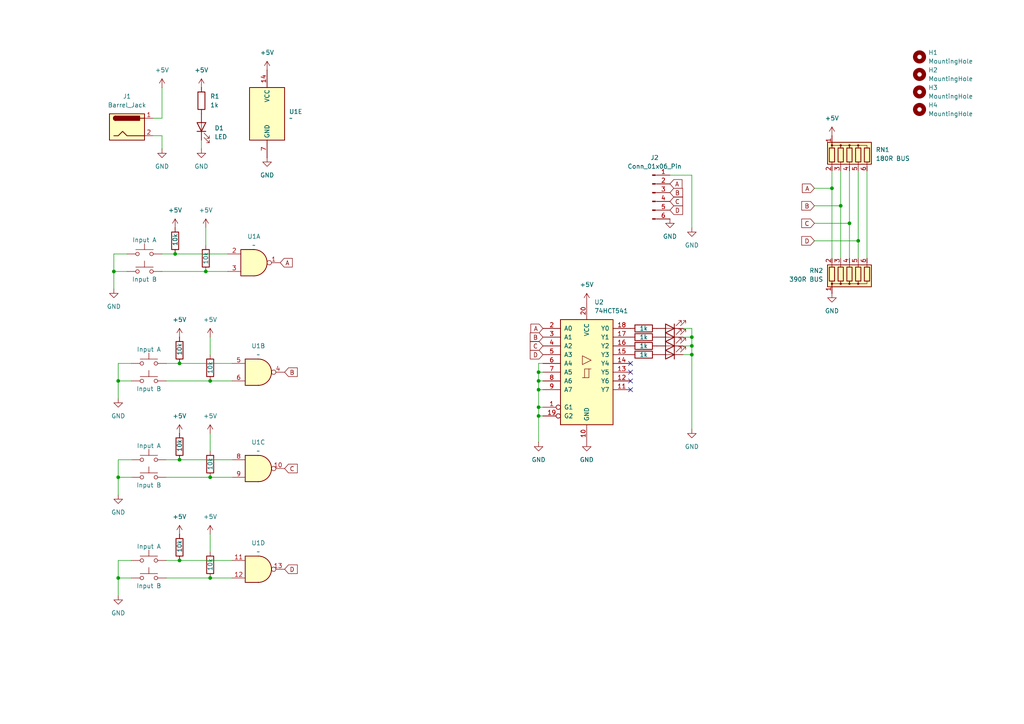
<source format=kicad_sch>
(kicad_sch (version 20231120) (generator "eeschema") (generator_version "8.0")
  (paper "A4")
  (lib_symbols
    (symbol "74xx:74HCT541" (pin_names (offset 1.016))
      (property "Reference" "U" (at -7.62 16.51 0))
      (property "Value" "74HCT541" (at -7.62 -16.51 0))
      (symbol "74HCT541_1_0"
        (polyline (pts (xy -0.635 -1.6002) (xy -0.635 0.9398) (xy 0.635 0.9398)))
        (polyline (pts (xy -1.27 -1.6002) (xy 0.635 -1.6002) (xy 0.635 0.9398) (xy 1.27 0.9398)))
        (polyline (pts (xy 1.27 3.4798) (xy -1.27 4.7498) (xy -1.27 2.2098) (xy 1.27 3.4798)) (stroke (width 0.1524)))
        (pin input inverted (at -12.7 -10.16 0) (length 5.08) (name "G1") (number "1"))
        (pin power_in line (at 0 -20.32 90) (length 5.08) (name "GND") (number "10"))
        (pin tri_state line (at 12.7 -5.08 180) (length 5.08) (name "Y7") (number "11"))
        (pin tri_state line (at 12.7 -2.54 180) (length 5.08) (name "Y6") (number "12"))
        (pin tri_state line (at 12.7 0 180) (length 5.08) (name "Y5") (number "13"))
        (pin tri_state line (at 12.7 2.54 180) (length 5.08) (name "Y4") (number "14"))
        (pin tri_state line (at 12.7 5.08 180) (length 5.08) (name "Y3") (number "15"))
        (pin tri_state line (at 12.7 7.62 180) (length 5.08) (name "Y2") (number "16"))
        (pin tri_state line (at 12.7 10.16 180) (length 5.08) (name "Y1") (number "17"))
        (pin tri_state line (at 12.7 12.7 180) (length 5.08) (name "Y0") (number "18"))
        (pin input inverted (at -12.7 -12.7 0) (length 5.08) (name "G2") (number "19"))
        (pin input line (at -12.7 12.7 0) (length 5.08) (name "A0") (number "2"))
        (pin power_in line (at 0 20.32 270) (length 5.08) (name "VCC") (number "20"))
        (pin input line (at -12.7 10.16 0) (length 5.08) (name "A1") (number "3"))
        (pin input line (at -12.7 7.62 0) (length 5.08) (name "A2") (number "4"))
        (pin input line (at -12.7 5.08 0) (length 5.08) (name "A3") (number "5"))
        (pin input line (at -12.7 2.54 0) (length 5.08) (name "A4") (number "6"))
        (pin input line (at -12.7 0 0) (length 5.08) (name "A5") (number "7"))
        (pin input line (at -12.7 -2.54 0) (length 5.08) (name "A6") (number "8"))
        (pin input line (at -12.7 -5.08 0) (length 5.08) (name "A7") (number "9"))
      )
      (symbol "74HCT541_1_1"
        (rectangle (start -7.62 15.24) (end 7.62 -15.24) (stroke (width 0.254)) (fill (type background)))
      )
    )
    (symbol "8881_1"
      (property "Reference" "U" (at 0 0 0))
      (symbol "8881_1_1_1"
        (arc (start 0 -3.81) (mid 3.7934 0) (end 0 3.81) (stroke (width 0.254)) (fill (type background)))
        (polyline (pts (xy 0 3.81) (xy -3.81 3.81) (xy -3.81 -3.81) (xy 0 -3.81)) (stroke (width 0.254)) (fill (type background)))
        (pin output inverted (at 7.62 0 180) (length 3.81) (name "~") (number "1"))
        (pin input line (at -7.62 2.54 0) (length 3.81) (name "~") (number "2"))
        (pin input line (at -7.62 -2.54 0) (length 3.81) (name "~") (number "3"))
      )
      (symbol "8881_1_2_1"
        (arc (start 0 -3.81) (mid 3.7934 0) (end 0 3.81) (stroke (width 0.254)) (fill (type background)))
        (polyline (pts (xy 0 3.81) (xy -3.81 3.81) (xy -3.81 -3.81) (xy 0 -3.81)) (stroke (width 0.254)) (fill (type background)))
        (pin output inverted (at 7.62 0 180) (length 3.81) (name "~") (number "4"))
        (pin input line (at -7.62 2.54 0) (length 3.81) (name "~") (number "5"))
        (pin input line (at -7.62 -2.54 0) (length 3.81) (name "~") (number "6"))
      )
      (symbol "8881_1_3_1"
        (arc (start 0 -3.81) (mid 3.7934 0) (end 0 3.81) (stroke (width 0.254)) (fill (type background)))
        (polyline (pts (xy 0 3.81) (xy -3.81 3.81) (xy -3.81 -3.81) (xy 0 -3.81)) (stroke (width 0.254)) (fill (type background)))
        (pin output inverted (at 7.62 0 180) (length 3.81) (name "~") (number "10"))
        (pin input line (at -7.62 2.54 0) (length 3.81) (name "~") (number "8"))
        (pin input line (at -7.62 -2.54 0) (length 3.81) (name "~") (number "9"))
      )
      (symbol "8881_1_4_1"
        (arc (start 0 -3.81) (mid 3.7934 0) (end 0 3.81) (stroke (width 0.254)) (fill (type background)))
        (polyline (pts (xy 0 3.81) (xy -3.81 3.81) (xy -3.81 -3.81) (xy 0 -3.81)) (stroke (width 0.254)) (fill (type background)))
        (pin input line (at -7.62 2.54 0) (length 3.81) (name "~") (number "11"))
        (pin input line (at -7.62 -2.54 0) (length 3.81) (name "~") (number "12"))
        (pin output inverted (at 7.62 0 180) (length 3.81) (name "~") (number "13"))
      )
      (symbol "8881_1_5_0"
        (pin power_in line (at 0 12.7 270) (length 5.08) (name "VCC") (number "14"))
        (pin power_in line (at 0 -12.7 90) (length 5.08) (name "GND") (number "7"))
      )
      (symbol "8881_1_5_1"
        (rectangle (start -5.08 7.62) (end 5.08 -7.62) (stroke (width 0.254)) (fill (type background)))
      )
    )
    (symbol "Connector:Barrel_Jack" (pin_names (offset 1.016))
      (property "Reference" "J" (at 0 5.334 0))
      (property "Value" "Barrel_Jack" (at 0 -5.08 0))
      (symbol "Barrel_Jack_0_1"
        (rectangle (start -5.08 3.81) (end 5.08 -3.81) (stroke (width 0.254)) (fill (type background)))
        (arc (start -3.302 3.175) (mid -3.9343 2.54) (end -3.302 1.905) (stroke (width 0.254)))
        (arc (start -3.302 3.175) (mid -3.9343 2.54) (end -3.302 1.905) (stroke (width 0.254)) (fill (type outline)))
        (polyline (pts (xy 5.08 2.54) (xy 3.81 2.54)) (stroke (width 0.254)))
        (polyline (pts (xy -3.81 -2.54) (xy -2.54 -2.54) (xy -1.27 -1.27) (xy 0 -2.54) (xy 2.54 -2.54) (xy 5.08 -2.54)) (stroke (width 0.254)))
        (rectangle (start 3.683 3.175) (end -3.302 1.905) (stroke (width 0.254)) (fill (type outline)))
      )
      (symbol "Barrel_Jack_1_1"
        (pin passive line (at 7.62 2.54 180) (length 2.54) (name "~") (number "1"))
        (pin passive line (at 7.62 -2.54 180) (length 2.54) (name "~") (number "2"))
      )
    )
    (symbol "Connector:Conn_01x06_Pin" (pin_names (offset 1.016) hide)
      (property "Reference" "J" (at 0 7.62 0))
      (property "Value" "Conn_01x06_Pin" (at 0 -10.16 0))
      (symbol "Conn_01x06_Pin_1_1"
        (polyline (pts (xy 1.27 -7.62) (xy 0.8636 -7.62)) (stroke (width 0.1524)))
        (polyline (pts (xy 1.27 -5.08) (xy 0.8636 -5.08)) (stroke (width 0.1524)))
        (polyline (pts (xy 1.27 -2.54) (xy 0.8636 -2.54)) (stroke (width 0.1524)))
        (polyline (pts (xy 1.27 0) (xy 0.8636 0)) (stroke (width 0.1524)))
        (polyline (pts (xy 1.27 2.54) (xy 0.8636 2.54)) (stroke (width 0.1524)))
        (polyline (pts (xy 1.27 5.08) (xy 0.8636 5.08)) (stroke (width 0.1524)))
        (rectangle (start 0.8636 -7.493) (end 0 -7.747) (stroke (width 0.1524)) (fill (type outline)))
        (rectangle (start 0.8636 -4.953) (end 0 -5.207) (stroke (width 0.1524)) (fill (type outline)))
        (rectangle (start 0.8636 -2.413) (end 0 -2.667) (stroke (width 0.1524)) (fill (type outline)))
        (rectangle (start 0.8636 0.127) (end 0 -0.127) (stroke (width 0.1524)) (fill (type outline)))
        (rectangle (start 0.8636 2.667) (end 0 2.413) (stroke (width 0.1524)) (fill (type outline)))
        (rectangle (start 0.8636 5.207) (end 0 4.953) (stroke (width 0.1524)) (fill (type outline)))
        (pin passive line (at 5.08 5.08 180) (length 3.81) (name "Pin_1") (number "1"))
        (pin passive line (at 5.08 2.54 180) (length 3.81) (name "Pin_2") (number "2"))
        (pin passive line (at 5.08 0 180) (length 3.81) (name "Pin_3") (number "3"))
        (pin passive line (at 5.08 -2.54 180) (length 3.81) (name "Pin_4") (number "4"))
        (pin passive line (at 5.08 -5.08 180) (length 3.81) (name "Pin_5") (number "5"))
        (pin passive line (at 5.08 -7.62 180) (length 3.81) (name "Pin_6") (number "6"))
      )
    )
    (symbol "DEC:8881"
      (property "Reference" "U" (at 0 0 0))
      (symbol "8881_1_1"
        (arc (start 0 -3.81) (mid 3.7934 0) (end 0 3.81) (stroke (width 0.254)) (fill (type background)))
        (polyline (pts (xy 0 3.81) (xy -3.81 3.81) (xy -3.81 -3.81) (xy 0 -3.81)) (stroke (width 0.254)) (fill (type background)))
        (pin output inverted (at 7.62 0 180) (length 3.81) (name "~") (number "1"))
        (pin input line (at -7.62 2.54 0) (length 3.81) (name "~") (number "2"))
        (pin input line (at -7.62 -2.54 0) (length 3.81) (name "~") (number "3"))
      )
      (symbol "8881_2_1"
        (arc (start 0 -3.81) (mid 3.7934 0) (end 0 3.81) (stroke (width 0.254)) (fill (type background)))
        (polyline (pts (xy 0 3.81) (xy -3.81 3.81) (xy -3.81 -3.81) (xy 0 -3.81)) (stroke (width 0.254)) (fill (type background)))
        (pin output inverted (at 7.62 0 180) (length 3.81) (name "~") (number "4"))
        (pin input line (at -7.62 2.54 0) (length 3.81) (name "~") (number "5"))
        (pin input line (at -7.62 -2.54 0) (length 3.81) (name "~") (number "6"))
      )
      (symbol "8881_3_1"
        (arc (start 0 -3.81) (mid 3.7934 0) (end 0 3.81) (stroke (width 0.254)) (fill (type background)))
        (polyline (pts (xy 0 3.81) (xy -3.81 3.81) (xy -3.81 -3.81) (xy 0 -3.81)) (stroke (width 0.254)) (fill (type background)))
        (pin output inverted (at 7.62 0 180) (length 3.81) (name "~") (number "10"))
        (pin input line (at -7.62 2.54 0) (length 3.81) (name "~") (number "8"))
        (pin input line (at -7.62 -2.54 0) (length 3.81) (name "~") (number "9"))
      )
      (symbol "8881_4_1"
        (arc (start 0 -3.81) (mid 3.7934 0) (end 0 3.81) (stroke (width 0.254)) (fill (type background)))
        (polyline (pts (xy 0 3.81) (xy -3.81 3.81) (xy -3.81 -3.81) (xy 0 -3.81)) (stroke (width 0.254)) (fill (type background)))
        (pin input line (at -7.62 2.54 0) (length 3.81) (name "~") (number "11"))
        (pin input line (at -7.62 -2.54 0) (length 3.81) (name "~") (number "12"))
        (pin output inverted (at 7.62 0 180) (length 3.81) (name "~") (number "13"))
      )
      (symbol "8881_5_0"
        (pin power_in line (at 0 12.7 270) (length 5.08) (name "VCC") (number "14"))
        (pin power_in line (at 0 -12.7 90) (length 5.08) (name "GND") (number "7"))
      )
      (symbol "8881_5_1"
        (rectangle (start -5.08 7.62) (end 5.08 -7.62) (stroke (width 0.254)) (fill (type background)))
      )
    )
    (symbol "Device:LED" (pin_numbers hide) (pin_names (offset 1.016) hide)
      (property "Reference" "D" (at 0 2.54 0))
      (property "Value" "LED" (at 0 -2.54 0))
      (symbol "LED_0_1"
        (polyline (pts (xy -1.27 -1.27) (xy -1.27 1.27)) (stroke (width 0.254)))
        (polyline (pts (xy -1.27 0) (xy 1.27 0)))
        (polyline (pts (xy 1.27 -1.27) (xy 1.27 1.27) (xy -1.27 0) (xy 1.27 -1.27)) (stroke (width 0.254)))
        (polyline (pts (xy -3.048 -0.762) (xy -4.572 -2.286) (xy -3.81 -2.286) (xy -4.572 -2.286) (xy -4.572 -1.524)))
        (polyline (pts (xy -1.778 -0.762) (xy -3.302 -2.286) (xy -2.54 -2.286) (xy -3.302 -2.286) (xy -3.302 -1.524)))
      )
      (symbol "LED_1_1"
        (pin passive line (at -3.81 0 0) (length 2.54) (name "K") (number "1"))
        (pin passive line (at 3.81 0 180) (length 2.54) (name "A") (number "2"))
      )
    )
    (symbol "Device:R" (pin_numbers hide) (pin_names (offset 0))
      (property "Reference" "R" (at 2.032 0 90))
      (property "Value" "R" (at 0 0 90))
      (symbol "R_0_1"
        (rectangle (start -1.016 -2.54) (end 1.016 2.54) (stroke (width 0.254)))
      )
      (symbol "R_1_1"
        (pin passive line (at 0 3.81 270) (length 1.27) (name "~") (number "1"))
        (pin passive line (at 0 -3.81 90) (length 1.27) (name "~") (number "2"))
      )
    )
    (symbol "Device:R_Network05" (pin_names (offset 0) hide)
      (property "Reference" "RN" (at -7.62 0 90))
      (property "Value" "R_Network05" (at 7.62 0 90))
      (symbol "R_Network05_0_1"
        (rectangle (start -6.35 -3.175) (end 6.35 3.175) (stroke (width 0.254)) (fill (type background)))
        (rectangle (start -5.842 1.524) (end -4.318 -2.54) (stroke (width 0.254)))
        (circle (center -5.08 2.286) (radius 0.254) (fill (type outline)))
        (rectangle (start -3.302 1.524) (end -1.778 -2.54) (stroke (width 0.254)))
        (circle (center -2.54 2.286) (radius 0.254) (fill (type outline)))
        (rectangle (start -0.762 1.524) (end 0.762 -2.54) (stroke (width 0.254)))
        (polyline (pts (xy -5.08 -2.54) (xy -5.08 -3.81)))
        (polyline (pts (xy -2.54 -2.54) (xy -2.54 -3.81)))
        (polyline (pts (xy 0 -2.54) (xy 0 -3.81)))
        (polyline (pts (xy 2.54 -2.54) (xy 2.54 -3.81)))
        (polyline (pts (xy 5.08 -2.54) (xy 5.08 -3.81)))
        (polyline (pts (xy -5.08 1.524) (xy -5.08 2.286) (xy -2.54 2.286) (xy -2.54 1.524)))
        (polyline (pts (xy -2.54 1.524) (xy -2.54 2.286) (xy 0 2.286) (xy 0 1.524)))
        (polyline (pts (xy 0 1.524) (xy 0 2.286) (xy 2.54 2.286) (xy 2.54 1.524)))
        (polyline (pts (xy 2.54 1.524) (xy 2.54 2.286) (xy 5.08 2.286) (xy 5.08 1.524)))
        (circle (center 0 2.286) (radius 0.254) (fill (type outline)))
        (rectangle (start 1.778 1.524) (end 3.302 -2.54) (stroke (width 0.254)))
        (circle (center 2.54 2.286) (radius 0.254) (fill (type outline)))
        (rectangle (start 4.318 1.524) (end 5.842 -2.54) (stroke (width 0.254)))
      )
      (symbol "R_Network05_1_1"
        (pin passive line (at -5.08 5.08 270) (length 2.54) (name "common") (number "1"))
        (pin passive line (at -5.08 -5.08 90) (length 1.27) (name "R1") (number "2"))
        (pin passive line (at -2.54 -5.08 90) (length 1.27) (name "R2") (number "3"))
        (pin passive line (at 0 -5.08 90) (length 1.27) (name "R3") (number "4"))
        (pin passive line (at 2.54 -5.08 90) (length 1.27) (name "R4") (number "5"))
        (pin passive line (at 5.08 -5.08 90) (length 1.27) (name "R5") (number "6"))
      )
    )
    (symbol "Mechanical:MountingHole" (pin_names (offset 1.016)) (exclude_from_sim yes) (in_bom no)
      (property "Reference" "H" (at 0 5.08 0))
      (property "Value" "MountingHole" (at 0 3.175 0))
      (symbol "MountingHole_0_1"
        (circle (center 0 0) (radius 1.27) (stroke (width 1.27)))
      )
    )
    (symbol "Switch:SW_Push" (pin_numbers hide) (pin_names (offset 1.016) hide)
      (property "Reference" "SW" (at 1.27 2.54 0))
      (property "Value" "SW_Push" (at 0 -1.524 0))
      (symbol "SW_Push_0_1"
        (circle (center -2.032 0) (radius 0.508))
        (polyline (pts (xy 0 1.27) (xy 0 3.048)))
        (polyline (pts (xy 2.54 1.27) (xy -2.54 1.27)))
        (circle (center 2.032 0) (radius 0.508))
        (pin passive line (at -5.08 0 0) (length 2.54) (name "1") (number "1"))
        (pin passive line (at 5.08 0 180) (length 2.54) (name "2") (number "2"))
      )
    )
    (symbol "power:+5V" (power) (pin_numbers hide) (pin_names (offset 0) hide)
      (property "Value" "+5V" (at 0 3.556 0))
      (symbol "+5V_0_1"
        (polyline (pts (xy -0.762 1.27) (xy 0 2.54)))
        (polyline (pts (xy 0 0) (xy 0 2.54)))
        (polyline (pts (xy 0 2.54) (xy 0.762 1.27)))
      )
      (symbol "+5V_1_1"
        (pin power_in line (at 0 0 90) (length 0) (name "~") (number "1"))
      )
    )
    (symbol "power:GND" (power) (pin_numbers hide) (pin_names (offset 0) hide)
      (property "Value" "GND" (at 0 -3.81 0))
      (symbol "GND_0_1"
        (polyline (pts (xy 0 0) (xy 0 -1.27) (xy 1.27 -1.27) (xy 0 -2.54) (xy -1.27 -1.27) (xy 0 -1.27)))
      )
      (symbol "GND_1_1"
        (pin power_in line (at 0 0 270) (length 0) (name "~") (number "1"))
      )
    )
  )
  (junction (at 200.66 100.33))
  (junction (at 52.07 105.41))
  (junction (at 156.21 113.03))
  (junction (at 33.02 78.74))
  (junction (at 156.21 110.49))
  (junction (at 60.96 167.64))
  (junction (at 248.92 69.85))
  (junction (at 200.66 97.79))
  (junction (at 34.29 138.43))
  (junction (at 156.21 118.11))
  (junction (at 50.8 73.66))
  (junction (at 52.07 162.56))
  (junction (at 241.3 54.61))
  (junction (at 52.07 133.35))
  (junction (at 200.66 102.87))
  (junction (at 156.21 120.65))
  (junction (at 156.21 107.95))
  (junction (at 34.29 110.49))
  (junction (at 34.29 167.64))
  (junction (at 243.84 59.69))
  (junction (at 60.96 110.49))
  (junction (at 59.69 78.74))
  (junction (at 60.96 138.43))
  (junction (at 246.38 64.77))
  (no_connect (at 182.88 110.49))
  (no_connect (at 182.88 105.41))
  (no_connect (at 182.88 113.03))
  (no_connect (at 182.88 107.95))
  (wire (pts (xy 38.1 133.35) (xy 34.29 133.35)))
  (wire (pts (xy 46.99 34.29) (xy 44.45 34.29)))
  (wire (pts (xy 34.29 110.49) (xy 34.29 115.57)))
  (wire (pts (xy 34.29 167.64) (xy 34.29 172.72)))
  (wire (pts (xy 34.29 110.49) (xy 38.1 110.49)))
  (wire (pts (xy 38.1 162.56) (xy 34.29 162.56)))
  (wire (pts (xy 59.69 66.04) (xy 59.69 71.12)))
  (wire (pts (xy 200.66 97.79) (xy 200.66 100.33)))
  (wire (pts (xy 246.38 64.77) (xy 246.38 74.93)))
  (wire (pts (xy 248.92 49.53) (xy 248.92 69.85)))
  (wire (pts (xy 246.38 49.53) (xy 246.38 64.77)))
  (wire (pts (xy 246.38 64.77) (xy 236.22 64.77)))
  (wire (pts (xy 248.92 69.85) (xy 248.92 74.93)))
  (wire (pts (xy 157.48 105.41) (xy 156.21 105.41)))
  (wire (pts (xy 48.26 162.56) (xy 52.07 162.56)))
  (wire (pts (xy 198.12 95.25) (xy 200.66 95.25)))
  (wire (pts (xy 58.42 40.64) (xy 58.42 43.18)))
  (wire (pts (xy 156.21 107.95) (xy 157.48 107.95)))
  (wire (pts (xy 48.26 167.64) (xy 60.96 167.64)))
  (wire (pts (xy 52.07 133.35) (xy 67.31 133.35)))
  (wire (pts (xy 60.96 154.94) (xy 60.96 160.02)))
  (wire (pts (xy 34.29 138.43) (xy 38.1 138.43)))
  (wire (pts (xy 156.21 105.41) (xy 156.21 107.95)))
  (wire (pts (xy 60.96 110.49) (xy 67.31 110.49)))
  (wire (pts (xy 60.96 125.73) (xy 60.96 130.81)))
  (wire (pts (xy 157.48 118.11) (xy 156.21 118.11)))
  (wire (pts (xy 156.21 110.49) (xy 156.21 113.03)))
  (wire (pts (xy 46.99 73.66) (xy 50.8 73.66)))
  (wire (pts (xy 60.96 138.43) (xy 67.31 138.43)))
  (wire (pts (xy 34.29 133.35) (xy 34.29 138.43)))
  (wire (pts (xy 251.46 49.53) (xy 251.46 74.93)))
  (wire (pts (xy 243.84 59.69) (xy 236.22 59.69)))
  (wire (pts (xy 36.83 73.66) (xy 33.02 73.66)))
  (wire (pts (xy 46.99 39.37) (xy 46.99 43.18)))
  (wire (pts (xy 52.07 162.56) (xy 67.31 162.56)))
  (wire (pts (xy 243.84 59.69) (xy 243.84 74.93)))
  (wire (pts (xy 236.22 54.61) (xy 241.3 54.61)))
  (wire (pts (xy 241.3 54.61) (xy 241.3 74.93)))
  (wire (pts (xy 34.29 162.56) (xy 34.29 167.64)))
  (wire (pts (xy 243.84 49.53) (xy 243.84 59.69)))
  (wire (pts (xy 34.29 138.43) (xy 34.29 143.51)))
  (wire (pts (xy 50.8 73.66) (xy 66.04 73.66)))
  (wire (pts (xy 33.02 73.66) (xy 33.02 78.74)))
  (wire (pts (xy 60.96 97.79) (xy 60.96 102.87)))
  (wire (pts (xy 156.21 113.03) (xy 156.21 118.11)))
  (wire (pts (xy 52.07 105.41) (xy 67.31 105.41)))
  (wire (pts (xy 156.21 113.03) (xy 157.48 113.03)))
  (wire (pts (xy 198.12 102.87) (xy 200.66 102.87)))
  (wire (pts (xy 156.21 107.95) (xy 156.21 110.49)))
  (wire (pts (xy 33.02 78.74) (xy 33.02 83.82)))
  (wire (pts (xy 46.99 78.74) (xy 59.69 78.74)))
  (wire (pts (xy 156.21 110.49) (xy 157.48 110.49)))
  (wire (pts (xy 33.02 78.74) (xy 36.83 78.74)))
  (wire (pts (xy 34.29 105.41) (xy 34.29 110.49)))
  (wire (pts (xy 194.31 50.8) (xy 200.66 50.8)))
  (wire (pts (xy 156.21 120.65) (xy 156.21 128.27)))
  (wire (pts (xy 48.26 138.43) (xy 60.96 138.43)))
  (wire (pts (xy 200.66 102.87) (xy 200.66 124.46)))
  (wire (pts (xy 200.66 50.8) (xy 200.66 66.04)))
  (wire (pts (xy 156.21 120.65) (xy 157.48 120.65)))
  (wire (pts (xy 198.12 97.79) (xy 200.66 97.79)))
  (wire (pts (xy 48.26 105.41) (xy 52.07 105.41)))
  (wire (pts (xy 156.21 118.11) (xy 156.21 120.65)))
  (wire (pts (xy 200.66 100.33) (xy 200.66 102.87)))
  (wire (pts (xy 241.3 49.53) (xy 241.3 54.61)))
  (wire (pts (xy 200.66 95.25) (xy 200.66 97.79)))
  (wire (pts (xy 59.69 78.74) (xy 66.04 78.74)))
  (wire (pts (xy 60.96 167.64) (xy 67.31 167.64)))
  (wire (pts (xy 248.92 69.85) (xy 236.22 69.85)))
  (wire (pts (xy 38.1 105.41) (xy 34.29 105.41)))
  (wire (pts (xy 46.99 25.4) (xy 46.99 34.29)))
  (wire (pts (xy 34.29 167.64) (xy 38.1 167.64)))
  (wire (pts (xy 48.26 110.49) (xy 60.96 110.49)))
  (wire (pts (xy 44.45 39.37) (xy 46.99 39.37)))
  (wire (pts (xy 198.12 100.33) (xy 200.66 100.33)))
  (wire (pts (xy 48.26 133.35) (xy 52.07 133.35)))
  (global_label "D" (shape input) (at 82.55 165.1 0) (property "Intersheetrefs" "${INTERSHEET_REFS}" (effects (hide yes))))
  (global_label "C" (shape input) (at 82.55 135.89 0) (property "Intersheetrefs" "${INTERSHEET_REFS}" (effects (hide yes))))
  (global_label "A" (shape input) (at 194.31 53.34 0) (property "Intersheetrefs" "${INTERSHEET_REFS}" (effects (hide yes))))
  (global_label "A" (shape input) (at 157.48 95.25 180) (property "Intersheetrefs" "${INTERSHEET_REFS}" (effects (hide yes))))
  (global_label "C" (shape input) (at 194.31 58.42 0) (property "Intersheetrefs" "${INTERSHEET_REFS}" (effects (hide yes))))
  (global_label "A" (shape input) (at 81.28 76.2 0) (property "Intersheetrefs" "${INTERSHEET_REFS}" (effects (hide yes))))
  (global_label "D" (shape input) (at 157.48 102.87 180) (property "Intersheetrefs" "${INTERSHEET_REFS}" (effects (hide yes))))
  (global_label "D" (shape input) (at 236.22 69.85 180) (property "Intersheetrefs" "${INTERSHEET_REFS}" (effects (hide yes))))
  (global_label "A" (shape input) (at 236.22 54.61 180) (property "Intersheetrefs" "${INTERSHEET_REFS}" (effects (hide yes))))
  (global_label "C" (shape input) (at 236.22 64.77 180) (property "Intersheetrefs" "${INTERSHEET_REFS}" (effects (hide yes))))
  (global_label "B" (shape input) (at 82.55 107.95 0) (property "Intersheetrefs" "${INTERSHEET_REFS}" (effects (hide yes))))
  (global_label "D" (shape input) (at 194.31 60.96 0) (property "Intersheetrefs" "${INTERSHEET_REFS}" (effects (hide yes))))
  (global_label "C" (shape input) (at 157.48 100.33 180) (property "Intersheetrefs" "${INTERSHEET_REFS}" (effects (hide yes))))
  (global_label "B" (shape input) (at 194.31 55.88 0) (property "Intersheetrefs" "${INTERSHEET_REFS}" (effects (hide yes))))
  (global_label "B" (shape input) (at 157.48 97.79 180) (property "Intersheetrefs" "${INTERSHEET_REFS}" (effects (hide yes))))
  (global_label "B" (shape input) (at 236.22 59.69 180) (property "Intersheetrefs" "${INTERSHEET_REFS}" (effects (hide yes))))
  (symbol (lib_id "DEC:8881") (at 74.93 165.1 0) (unit 4)
    (property "Reference" "U1" (at 74.9217 157.48 0))
    (property "Value" "~" (at 74.9217 160.02 0))
    (property "Footprint" "Socket:DIP_Socket-14_W4.3_W5.08_W7.62_W10.16_W10.9_3M_214-3339-00-0602J" (effects (hide yes)))
    (property "Description" "Quad 2-input NAND Gate" (effects (hide yes)))
  )
  (symbol (lib_id "Device:R") (at 60.96 106.68 0) (unit 1)
    (property "Reference" "R5" (effects (hide yes)))
    (property "Value" "10k" (at 60.96 108.458 90) (effects (justify left)))
    (property "Footprint" "Resistor_THT:R_Axial_DIN0204_L3.6mm_D1.6mm_P7.62mm_Horizontal" (effects (hide yes)))
    (property "Description" "Resistor" (effects (hide yes)))
  )
  (symbol (lib_id "Connector:Barrel_Jack") (at 36.83 36.83 0) (unit 1)
    (property "Reference" "J1" (at 36.83 27.94 0))
    (property "Value" "Barrel_Jack" (at 36.83 30.48 0))
    (property "Footprint" "Connector_BarrelJack:BarrelJack_GCT_DCJ200-10-A_Horizontal" (effects (hide yes)))
    (property "Description" "DC Barrel Jack" (effects (hide yes)))
  )
  (symbol (lib_id "Device:R") (at 186.69 95.25 90) (unit 1)
    (property "Reference" "R10" (effects (hide yes)))
    (property "Value" "1k" (at 186.69 95.25 90))
    (property "Footprint" "Resistor_THT:R_Axial_DIN0204_L3.6mm_D1.6mm_P7.62mm_Horizontal" (effects (hide yes)))
    (property "Description" "Resistor" (effects (hide yes)))
  )
  (symbol (lib_id "Mechanical:MountingHole") (at 266.7 21.59 0) (unit 1) (exclude_from_sim yes) (in_bom no)
    (property "Reference" "H2" (at 269.24 20.3199 0) (effects (justify left)))
    (property "Value" "MountingHole" (at 269.24 22.8599 0) (effects (justify left)))
    (property "Footprint" "MountingHole:MountingHole_3.2mm_M3" (effects (hide yes)))
    (property "Description" "Mounting Hole without connection" (effects (hide yes)))
  )
  (symbol (lib_id "Switch:SW_Push") (at 41.91 73.66 0) (unit 1)
    (property "Reference" "SW1" (effects (hide yes)))
    (property "Value" "Input A" (at 41.91 69.596 0))
    (property "Footprint" "Button_Switch_THT:SW_PUSH_6mm_H4.3mm" (effects (hide yes)))
    (property "Description" "Push button switch, generic, two pins" (effects (hide yes)))
  )
  (symbol (lib_id "Switch:SW_Push") (at 43.18 110.49 0) (unit 1)
    (property "Reference" "SW4" (effects (hide yes)))
    (property "Value" "Input B" (at 43.18 112.776 0))
    (property "Footprint" "Button_Switch_THT:SW_PUSH_6mm_H4.3mm" (effects (hide yes)))
    (property "Description" "Push button switch, generic, two pins" (effects (hide yes)))
  )
  (symbol (lib_id "Mechanical:MountingHole") (at 266.7 31.75 0) (unit 1) (exclude_from_sim yes) (in_bom no)
    (property "Reference" "H4" (at 269.24 30.4799 0) (effects (justify left)))
    (property "Value" "MountingHole" (at 269.24 33.0199 0) (effects (justify left)))
    (property "Footprint" "MountingHole:MountingHole_3.2mm_M3" (effects (hide yes)))
    (property "Description" "Mounting Hole without connection" (effects (hide yes)))
  )
  (symbol (lib_id "power:GND") (at 46.99 43.18 0) (unit 1)
    (property "Reference" "#PWR02" (effects (hide yes)))
    (property "Value" "GND" (at 46.99 48.26 0))
    (property "Description" "Power symbol creates a global label with name \"GND\" , ground" (effects (hide yes)))
  )
  (symbol (lib_id "Device:R") (at 52.07 129.54 0) (unit 1)
    (property "Reference" "R6" (effects (hide yes)))
    (property "Value" "10k" (at 52.07 131.064 90) (effects (justify left)))
    (property "Footprint" "Resistor_THT:R_Axial_DIN0204_L3.6mm_D1.6mm_P7.62mm_Horizontal" (effects (hide yes)))
    (property "Description" "Resistor" (effects (hide yes)))
  )
  (symbol (lib_id "DEC:8881") (at 73.66 76.2 0) (unit 1)
    (property "Reference" "U1" (at 73.6517 68.58 0))
    (property "Value" "~" (at 73.6517 71.12 0))
    (property "Footprint" "Socket:DIP_Socket-14_W4.3_W5.08_W7.62_W10.16_W10.9_3M_214-3339-00-0602J" (effects (hide yes)))
    (property "Description" "Quad 2-input NAND Gate" (effects (hide yes)))
  )
  (symbol (lib_id "74xx:74HCT541") (at 170.18 107.95 0) (unit 1)
    (property "Reference" "U2" (at 172.3741 87.63 0) (effects (justify left)))
    (property "Value" "74HCT541" (at 172.3741 90.17 0) (effects (justify left)))
    (property "Footprint" "Package_DIP:DIP-20_W7.62mm" (effects (hide yes)))
    (property "Datasheet" "http://www.ti.com/lit/gpn/sn74HCT541" (effects (hide yes)))
    (property "Description" "8-bit Buffer/Line Driver 3-state outputs" (effects (hide yes)))
  )
  (symbol (lib_id "power:+5V") (at 50.8 66.04 0) (unit 1)
    (property "Reference" "#PWR07" (effects (hide yes)))
    (property "Value" "+5V" (at 50.8 60.96 0))
    (property "Description" "Power symbol creates a global label with name \"+5V\"" (effects (hide yes)))
  )
  (symbol (lib_id "power:+5V") (at 59.69 66.04 0) (unit 1)
    (property "Reference" "#PWR08" (effects (hide yes)))
    (property "Value" "+5V" (at 59.69 60.96 0))
    (property "Description" "Power symbol creates a global label with name \"+5V\"" (effects (hide yes)))
  )
  (symbol (lib_id "power:+5V") (at 60.96 125.73 0) (unit 1)
    (property "Reference" "#PWR017" (effects (hide yes)))
    (property "Value" "+5V" (at 60.96 120.65 0))
    (property "Description" "Power symbol creates a global label with name \"+5V\"" (effects (hide yes)))
  )
  (symbol (lib_id "DEC:8881") (at 74.93 135.89 0) (unit 3)
    (property "Reference" "U1" (at 74.9217 128.27 0))
    (property "Value" "~" (at 74.9217 130.81 0))
    (property "Footprint" "Socket:DIP_Socket-14_W4.3_W5.08_W7.62_W10.16_W10.9_3M_214-3339-00-0602J" (effects (hide yes)))
    (property "Description" "Quad 2-input NAND Gate" (effects (hide yes)))
  )
  (symbol (lib_id "Switch:SW_Push") (at 41.91 78.74 0) (unit 1)
    (property "Reference" "SW2" (effects (hide yes)))
    (property "Value" "Input B" (at 41.91 81.026 0))
    (property "Footprint" "Button_Switch_THT:SW_PUSH_6mm_H4.3mm" (effects (hide yes)))
    (property "Description" "Push button switch, generic, two pins" (effects (hide yes)))
  )
  (symbol (lib_id "Device:R") (at 186.69 97.79 90) (unit 1)
    (property "Reference" "R11" (effects (hide yes)))
    (property "Value" "1k" (at 186.69 97.79 90))
    (property "Footprint" "Resistor_THT:R_Axial_DIN0204_L3.6mm_D1.6mm_P7.62mm_Horizontal" (effects (hide yes)))
    (property "Description" "Resistor" (effects (hide yes)))
  )
  (symbol (lib_id "Device:R") (at 186.69 102.87 90) (unit 1)
    (property "Reference" "R13" (effects (hide yes)))
    (property "Value" "1k" (at 186.69 102.87 90))
    (property "Footprint" "Resistor_THT:R_Axial_DIN0204_L3.6mm_D1.6mm_P7.62mm_Horizontal" (effects (hide yes)))
    (property "Description" "Resistor" (effects (hide yes)))
  )
  (symbol (lib_id "power:GND") (at 34.29 172.72 0) (unit 1)
    (property "Reference" "#PWR018" (effects (hide yes)))
    (property "Value" "GND" (at 34.29 177.8 0))
    (property "Description" "Power symbol creates a global label with name \"GND\" , ground" (effects (hide yes)))
  )
  (symbol (lib_id "power:GND") (at 241.3 85.09 0) (unit 1)
    (property "Reference" "#PWR010" (effects (hide yes)))
    (property "Value" "GND" (at 241.3 90.17 0))
    (property "Description" "Power symbol creates a global label with name \"GND\" , ground" (effects (hide yes)))
  )
  (symbol (lib_id "power:GND") (at 200.66 124.46 0) (unit 1)
    (property "Reference" "#PWR022" (effects (hide yes)))
    (property "Value" "GND" (at 200.66 129.54 0))
    (property "Description" "Power symbol creates a global label with name \"GND\" , ground" (effects (hide yes)))
  )
  (symbol (lib_id "power:+5V") (at 60.96 154.94 0) (unit 1)
    (property "Reference" "#PWR020" (effects (hide yes)))
    (property "Value" "+5V" (at 60.96 149.86 0))
    (property "Description" "Power symbol creates a global label with name \"+5V\"" (effects (hide yes)))
  )
  (symbol (lib_id "Mechanical:MountingHole") (at 266.7 26.67 0) (unit 1) (exclude_from_sim yes) (in_bom no)
    (property "Reference" "H3" (at 269.24 25.3999 0) (effects (justify left)))
    (property "Value" "MountingHole" (at 269.24 27.9399 0) (effects (justify left)))
    (property "Footprint" "MountingHole:MountingHole_3.2mm_M3" (effects (hide yes)))
    (property "Description" "Mounting Hole without connection" (effects (hide yes)))
  )
  (symbol (lib_id "power:+5V") (at 241.3 39.37 0) (unit 1)
    (property "Reference" "#PWR011" (effects (hide yes)))
    (property "Value" "+5V" (at 241.3 34.29 0))
    (property "Description" "Power symbol creates a global label with name \"+5V\"" (effects (hide yes)))
  )
  (symbol (lib_id "power:GND") (at 58.42 43.18 0) (unit 1)
    (property "Reference" "#PWR03" (effects (hide yes)))
    (property "Value" "GND" (at 58.42 48.26 0))
    (property "Description" "Power symbol creates a global label with name \"GND\" , ground" (effects (hide yes)))
  )
  (symbol (lib_id "power:GND") (at 194.31 63.5 0) (unit 1)
    (property "Reference" "#PWR026" (effects (hide yes)))
    (property "Value" "GND" (at 194.31 68.58 0))
    (property "Description" "Power symbol creates a global label with name \"GND\" , ground" (effects (hide yes)))
  )
  (symbol (lib_id "Device:R_Network05") (at 246.38 80.01 0) (mirror x) (unit 1)
    (property "Reference" "RN2" (at 238.76 78.4859 0) (effects (justify right)))
    (property "Value" "390R BUS" (at 238.76 81.0259 0) (effects (justify right)))
    (property "Footprint" "Resistor_THT:R_Array_SIP6" (effects (hide yes)))
    (property "Datasheet" "http://www.vishay.com/docs/31509/csc.pdf" (effects (hide yes)))
    (property "Description" "5 resistor network, star topology, bussed resistors, small symbol" (effects (hide yes)))
  )
  (symbol (lib_id "Device:R_Network05") (at 246.38 44.45 0) (unit 1)
    (property "Reference" "RN1" (at 254 43.4339 0) (effects (justify left)))
    (property "Value" "180R BUS" (at 254 45.9739 0) (effects (justify left)))
    (property "Footprint" "Resistor_THT:R_Array_SIP6" (effects (hide yes)))
    (property "Datasheet" "http://www.vishay.com/docs/31509/csc.pdf" (effects (hide yes)))
    (property "Description" "5 resistor network, star topology, bussed resistors, small symbol" (effects (hide yes)))
  )
  (symbol (lib_id "power:GND") (at 170.18 128.27 0) (unit 1)
    (property "Reference" "#PWR021" (effects (hide yes)))
    (property "Value" "GND" (at 170.18 133.35 0))
    (property "Description" "Power symbol creates a global label with name \"GND\" , ground" (effects (hide yes)))
  )
  (symbol (lib_id "power:GND") (at 33.02 83.82 0) (unit 1)
    (property "Reference" "#PWR09" (effects (hide yes)))
    (property "Value" "GND" (at 33.02 88.9 0))
    (property "Description" "Power symbol creates a global label with name \"GND\" , ground" (effects (hide yes)))
  )
  (symbol (lib_id "Device:R") (at 52.07 101.6 0) (unit 1)
    (property "Reference" "R4" (effects (hide yes)))
    (property "Value" "10k" (at 52.07 103.124 90) (effects (justify left)))
    (property "Footprint" "Resistor_THT:R_Axial_DIN0204_L3.6mm_D1.6mm_P7.62mm_Horizontal" (effects (hide yes)))
    (property "Description" "Resistor" (effects (hide yes)))
  )
  (symbol (lib_id "Device:R") (at 59.69 74.93 0) (unit 1)
    (property "Reference" "R3" (effects (hide yes)))
    (property "Value" "10k" (at 59.69 76.708 90) (effects (justify left)))
    (property "Footprint" "Resistor_THT:R_Axial_DIN0204_L3.6mm_D1.6mm_P7.62mm_Horizontal" (effects (hide yes)))
    (property "Description" "Resistor" (effects (hide yes)))
  )
  (symbol (lib_id "Device:R") (at 60.96 134.62 0) (unit 1)
    (property "Reference" "R7" (effects (hide yes)))
    (property "Value" "10k" (at 60.96 136.398 90) (effects (justify left)))
    (property "Footprint" "Resistor_THT:R_Axial_DIN0204_L3.6mm_D1.6mm_P7.62mm_Horizontal" (effects (hide yes)))
    (property "Description" "Resistor" (effects (hide yes)))
  )
  (symbol (lib_id "Switch:SW_Push") (at 43.18 105.41 0) (unit 1)
    (property "Reference" "SW3" (effects (hide yes)))
    (property "Value" "Input A" (at 43.18 101.346 0))
    (property "Footprint" "Button_Switch_THT:SW_PUSH_6mm_H4.3mm" (effects (hide yes)))
    (property "Description" "Push button switch, generic, two pins" (effects (hide yes)))
  )
  (symbol (lib_id "Switch:SW_Push") (at 43.18 138.43 0) (unit 1)
    (property "Reference" "SW6" (effects (hide yes)))
    (property "Value" "Input B" (at 43.18 140.716 0))
    (property "Footprint" "Button_Switch_THT:SW_PUSH_6mm_H4.3mm" (effects (hide yes)))
    (property "Description" "Push button switch, generic, two pins" (effects (hide yes)))
  )
  (symbol (lib_id "Device:R") (at 52.07 158.75 0) (unit 1)
    (property "Reference" "R8" (effects (hide yes)))
    (property "Value" "10k" (at 52.07 160.274 90) (effects (justify left)))
    (property "Footprint" "Resistor_THT:R_Axial_DIN0204_L3.6mm_D1.6mm_P7.62mm_Horizontal" (effects (hide yes)))
    (property "Description" "Resistor" (effects (hide yes)))
  )
  (symbol (lib_id "power:+5V") (at 52.07 154.94 0) (unit 1)
    (property "Reference" "#PWR019" (effects (hide yes)))
    (property "Value" "+5V" (at 52.07 149.86 0))
    (property "Description" "Power symbol creates a global label with name \"+5V\"" (effects (hide yes)))
  )
  (symbol (lib_id "Switch:SW_Push") (at 43.18 162.56 0) (unit 1)
    (property "Reference" "SW7" (effects (hide yes)))
    (property "Value" "Input A" (at 43.18 158.496 0))
    (property "Footprint" "Button_Switch_THT:SW_PUSH_6mm_H4.3mm" (effects (hide yes)))
    (property "Description" "Push button switch, generic, two pins" (effects (hide yes)))
  )
  (symbol (lib_id "Mechanical:MountingHole") (at 266.7 16.51 0) (unit 1) (exclude_from_sim yes) (in_bom no)
    (property "Reference" "H1" (at 269.24 15.2399 0) (effects (justify left)))
    (property "Value" "MountingHole" (at 269.24 17.7799 0) (effects (justify left)))
    (property "Footprint" "MountingHole:MountingHole_3.2mm_M3" (effects (hide yes)))
    (property "Description" "Mounting Hole without connection" (effects (hide yes)))
  )
  (symbol (lib_id "power:+5V") (at 46.99 25.4 0) (unit 1)
    (property "Reference" "#PWR01" (effects (hide yes)))
    (property "Value" "+5V" (at 46.99 20.32 0))
    (property "Description" "Power symbol creates a global label with name \"+5V\"" (effects (hide yes)))
  )
  (symbol (lib_id "Device:LED") (at 194.31 97.79 180) (unit 1)
    (property "Reference" "D3" (effects (hide yes)))
    (property "Value" "LED" (effects (hide yes)))
    (property "Footprint" "LED_THT:LED_D3.0mm" (effects (hide yes)))
    (property "Description" "Light emitting diode" (effects (hide yes)))
  )
  (symbol (lib_id "Device:R") (at 186.69 100.33 90) (unit 1)
    (property "Reference" "R12" (effects (hide yes)))
    (property "Value" "1k" (at 186.69 100.33 90))
    (property "Footprint" "Resistor_THT:R_Axial_DIN0204_L3.6mm_D1.6mm_P7.62mm_Horizontal" (effects (hide yes)))
    (property "Description" "Resistor" (effects (hide yes)))
  )
  (symbol (lib_id "Switch:SW_Push") (at 43.18 133.35 0) (unit 1)
    (property "Reference" "SW5" (effects (hide yes)))
    (property "Value" "Input A" (at 43.18 129.286 0))
    (property "Footprint" "Button_Switch_THT:SW_PUSH_6mm_H4.3mm" (effects (hide yes)))
    (property "Description" "Push button switch, generic, two pins" (effects (hide yes)))
  )
  (symbol (lib_name "8881_1") (lib_id "DEC:8881") (at 77.47 33.02 0) (unit 5)
    (property "Reference" "U1" (at 83.82 32.3849 0) (effects (justify left)))
    (property "Value" "~" (at 83.82 34.29 0) (effects (justify left)))
    (property "Footprint" "Socket:DIP_Socket-14_W4.3_W5.08_W7.62_W10.16_W10.9_3M_214-3339-00-0602J" (effects (hide yes)))
    (property "Description" "Quad 2-input NAND Gate" (effects (hide yes)))
  )
  (symbol (lib_id "Device:LED") (at 194.31 100.33 180) (unit 1)
    (property "Reference" "D4" (effects (hide yes)))
    (property "Value" "LED" (effects (hide yes)))
    (property "Footprint" "LED_THT:LED_D3.0mm" (effects (hide yes)))
    (property "Description" "Light emitting diode" (effects (hide yes)))
  )
  (symbol (lib_id "power:+5V") (at 170.18 87.63 0) (unit 1)
    (property "Reference" "#PWR023" (effects (hide yes)))
    (property "Value" "+5V" (at 170.18 82.55 0))
    (property "Description" "Power symbol creates a global label with name \"+5V\"" (effects (hide yes)))
  )
  (symbol (lib_id "power:GND") (at 34.29 143.51 0) (unit 1)
    (property "Reference" "#PWR015" (effects (hide yes)))
    (property "Value" "GND" (at 34.29 148.59 0))
    (property "Description" "Power symbol creates a global label with name \"GND\" , ground" (effects (hide yes)))
  )
  (symbol (lib_id "power:GND") (at 200.66 66.04 0) (unit 1)
    (property "Reference" "#PWR025" (effects (hide yes)))
    (property "Value" "GND" (at 200.66 71.12 0))
    (property "Description" "Power symbol creates a global label with name \"GND\" , ground" (effects (hide yes)))
  )
  (symbol (lib_id "power:+5V") (at 52.07 125.73 0) (unit 1)
    (property "Reference" "#PWR016" (effects (hide yes)))
    (property "Value" "+5V" (at 52.07 120.65 0))
    (property "Description" "Power symbol creates a global label with name \"+5V\"" (effects (hide yes)))
  )
  (symbol (lib_id "power:+5V") (at 52.07 97.79 0) (unit 1)
    (property "Reference" "#PWR013" (effects (hide yes)))
    (property "Value" "+5V" (at 52.07 92.71 0))
    (property "Description" "Power symbol creates a global label with name \"+5V\"" (effects (hide yes)))
  )
  (symbol (lib_id "power:GND") (at 77.47 45.72 0) (unit 1)
    (property "Reference" "#PWR05" (effects (hide yes)))
    (property "Value" "GND" (at 77.47 50.8 0))
    (property "Description" "Power symbol creates a global label with name \"GND\" , ground" (effects (hide yes)))
  )
  (symbol (lib_id "power:+5V") (at 58.42 25.4 0) (unit 1)
    (property "Reference" "#PWR04" (effects (hide yes)))
    (property "Value" "+5V" (at 58.42 20.32 0))
    (property "Description" "Power symbol creates a global label with name \"+5V\"" (effects (hide yes)))
  )
  (symbol (lib_id "power:+5V") (at 60.96 97.79 0) (unit 1)
    (property "Reference" "#PWR014" (effects (hide yes)))
    (property "Value" "+5V" (at 60.96 92.71 0))
    (property "Description" "Power symbol creates a global label with name \"+5V\"" (effects (hide yes)))
  )
  (symbol (lib_id "power:+5V") (at 77.47 20.32 0) (unit 1)
    (property "Reference" "#PWR06" (effects (hide yes)))
    (property "Value" "+5V" (at 77.47 15.24 0))
    (property "Description" "Power symbol creates a global label with name \"+5V\"" (effects (hide yes)))
  )
  (symbol (lib_id "power:GND") (at 156.21 128.27 0) (unit 1)
    (property "Reference" "#PWR024" (effects (hide yes)))
    (property "Value" "GND" (at 156.21 133.35 0))
    (property "Description" "Power symbol creates a global label with name \"GND\" , ground" (effects (hide yes)))
  )
  (symbol (lib_id "DEC:8881") (at 74.93 107.95 0) (unit 2)
    (property "Reference" "U1" (at 74.9217 100.33 0))
    (property "Value" "~" (at 74.9217 102.87 0))
    (property "Footprint" "Socket:DIP_Socket-14_W4.3_W5.08_W7.62_W10.16_W10.9_3M_214-3339-00-0602J" (effects (hide yes)))
    (property "Description" "Quad 2-input NAND Gate" (effects (hide yes)))
  )
  (symbol (lib_id "Device:R") (at 60.96 163.83 0) (unit 1)
    (property "Reference" "R9" (effects (hide yes)))
    (property "Value" "10k" (at 60.96 165.608 90) (effects (justify left)))
    (property "Footprint" "Resistor_THT:R_Axial_DIN0204_L3.6mm_D1.6mm_P7.62mm_Horizontal" (effects (hide yes)))
    (property "Description" "Resistor" (effects (hide yes)))
  )
  (symbol (lib_id "Device:LED") (at 194.31 102.87 180) (unit 1)
    (property "Reference" "D5" (effects (hide yes)))
    (property "Value" "LED" (effects (hide yes)))
    (property "Footprint" "LED_THT:LED_D3.0mm" (effects (hide yes)))
    (property "Description" "Light emitting diode" (effects (hide yes)))
  )
  (symbol (lib_id "power:GND") (at 34.29 115.57 0) (unit 1)
    (property "Reference" "#PWR012" (effects (hide yes)))
    (property "Value" "GND" (at 34.29 120.65 0))
    (property "Description" "Power symbol creates a global label with name \"GND\" , ground" (effects (hide yes)))
  )
  (symbol (lib_id "Device:R") (at 50.8 69.85 0) (unit 1)
    (property "Reference" "R2" (effects (hide yes)))
    (property "Value" "10k" (at 50.8 71.374 90) (effects (justify left)))
    (property "Footprint" "Resistor_THT:R_Axial_DIN0204_L3.6mm_D1.6mm_P7.62mm_Horizontal" (effects (hide yes)))
    (property "Description" "Resistor" (effects (hide yes)))
  )
  (symbol (lib_id "Connector:Conn_01x06_Pin") (at 189.23 55.88 0) (unit 1)
    (property "Reference" "J2" (at 189.865 45.72 0))
    (property "Value" "Conn_01x06_Pin" (at 189.865 48.26 0))
    (property "Footprint" "Connector_PinHeader_2.54mm:PinHeader_1x06_P2.54mm_Vertical" (effects (hide yes)))
    (property "Description" "Generic connector, single row, 01x06, script generated" (effects (hide yes)))
  )
  (symbol (lib_id "Device:LED") (at 194.31 95.25 180) (unit 1)
    (property "Reference" "D2" (effects (hide yes)))
    (property "Value" "LED" (effects (hide yes)))
    (property "Footprint" "LED_THT:LED_D3.0mm" (effects (hide yes)))
    (property "Description" "Light emitting diode" (effects (hide yes)))
  )
  (symbol (lib_id "Device:R") (at 58.42 29.21 0) (unit 1)
    (property "Reference" "R1" (at 60.96 27.9399 0) (effects (justify left)))
    (property "Value" "1k" (at 60.96 30.4799 0) (effects (justify left)))
    (property "Footprint" "Resistor_THT:R_Axial_DIN0204_L3.6mm_D1.6mm_P7.62mm_Horizontal" (effects (hide yes)))
    (property "Description" "Resistor" (effects (hide yes)))
  )
  (symbol (lib_id "Switch:SW_Push") (at 43.18 167.64 0) (unit 1)
    (property "Reference" "SW8" (effects (hide yes)))
    (property "Value" "Input B" (at 43.18 169.926 0))
    (property "Footprint" "Button_Switch_THT:SW_PUSH_6mm_H4.3mm" (effects (hide yes)))
    (property "Description" "Push button switch, generic, two pins" (effects (hide yes)))
  )
  (symbol (lib_id "Device:LED") (at 58.42 36.83 90) (unit 1)
    (property "Reference" "D1" (at 62.23 37.1474 90) (effects (justify right)))
    (property "Value" "LED" (at 62.23 39.6874 90) (effects (justify right)))
    (property "Footprint" "LED_THT:LED_D3.0mm" (effects (hide yes)))
    (property "Description" "Light emitting diode" (effects (hide yes)))
  )
)
</source>
